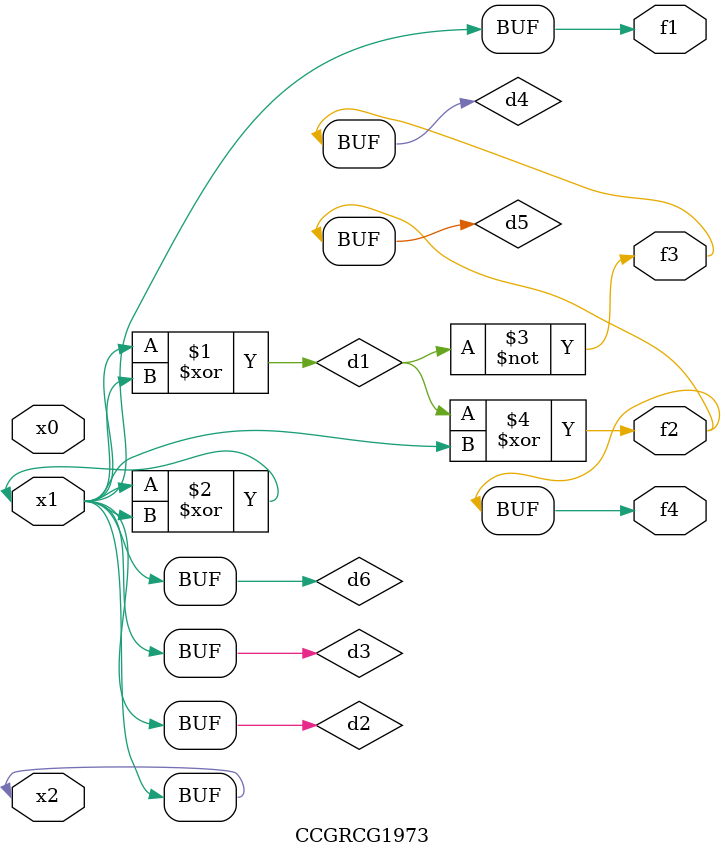
<source format=v>
module CCGRCG1973(
	input x0, x1, x2,
	output f1, f2, f3, f4
);

	wire d1, d2, d3, d4, d5, d6;

	xor (d1, x1, x2);
	buf (d2, x1, x2);
	xor (d3, x1, x2);
	nor (d4, d1);
	xor (d5, d1, d2);
	buf (d6, d2, d3);
	assign f1 = d6;
	assign f2 = d5;
	assign f3 = d4;
	assign f4 = d5;
endmodule

</source>
